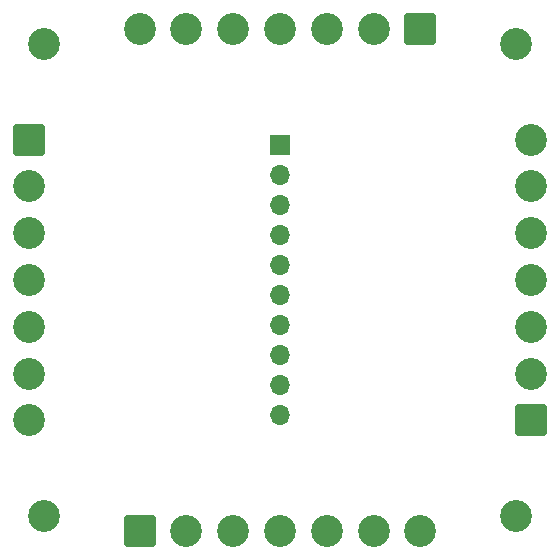
<source format=gbr>
%TF.GenerationSoftware,KiCad,Pcbnew,9.0.0*%
%TF.CreationDate,2025-03-24T11:20:55+01:00*%
%TF.ProjectId,PCB_Distrib,5043425f-4469-4737-9472-69622e6b6963,rev?*%
%TF.SameCoordinates,Original*%
%TF.FileFunction,Soldermask,Bot*%
%TF.FilePolarity,Negative*%
%FSLAX46Y46*%
G04 Gerber Fmt 4.6, Leading zero omitted, Abs format (unit mm)*
G04 Created by KiCad (PCBNEW 9.0.0) date 2025-03-24 11:20:55*
%MOMM*%
%LPD*%
G01*
G04 APERTURE LIST*
G04 Aperture macros list*
%AMRoundRect*
0 Rectangle with rounded corners*
0 $1 Rounding radius*
0 $2 $3 $4 $5 $6 $7 $8 $9 X,Y pos of 4 corners*
0 Add a 4 corners polygon primitive as box body*
4,1,4,$2,$3,$4,$5,$6,$7,$8,$9,$2,$3,0*
0 Add four circle primitives for the rounded corners*
1,1,$1+$1,$2,$3*
1,1,$1+$1,$4,$5*
1,1,$1+$1,$6,$7*
1,1,$1+$1,$8,$9*
0 Add four rect primitives between the rounded corners*
20,1,$1+$1,$2,$3,$4,$5,0*
20,1,$1+$1,$4,$5,$6,$7,0*
20,1,$1+$1,$6,$7,$8,$9,0*
20,1,$1+$1,$8,$9,$2,$3,0*%
G04 Aperture macros list end*
%ADD10RoundRect,0.250001X-1.099999X1.099999X-1.099999X-1.099999X1.099999X-1.099999X1.099999X1.099999X0*%
%ADD11C,2.700000*%
%ADD12RoundRect,0.250001X1.099999X-1.099999X1.099999X1.099999X-1.099999X1.099999X-1.099999X-1.099999X0*%
%ADD13RoundRect,0.250001X1.099999X1.099999X-1.099999X1.099999X-1.099999X-1.099999X1.099999X-1.099999X0*%
%ADD14RoundRect,0.250001X-1.099999X-1.099999X1.099999X-1.099999X1.099999X1.099999X-1.099999X1.099999X0*%
%ADD15R,1.700000X1.700000*%
%ADD16O,1.700000X1.700000*%
G04 APERTURE END LIST*
D10*
%TO.C,JP2*%
X103775000Y-113120000D03*
D11*
X103775000Y-117080000D03*
X103775000Y-121040000D03*
X103775000Y-125000000D03*
X103775000Y-128960000D03*
X103775000Y-132920000D03*
X103775000Y-136880000D03*
%TD*%
%TO.C,H2*%
X145000000Y-105000000D03*
%TD*%
%TO.C,H4*%
X145000000Y-145000000D03*
%TD*%
D12*
%TO.C,JP4*%
X146225000Y-136880000D03*
D11*
X146225000Y-132920000D03*
X146225000Y-128960000D03*
X146225000Y-125000000D03*
X146225000Y-121040000D03*
X146225000Y-117080000D03*
X146225000Y-113120000D03*
%TD*%
D13*
%TO.C,JP1*%
X136880000Y-103775000D03*
D11*
X132920000Y-103775000D03*
X128960000Y-103775000D03*
X125000000Y-103775000D03*
X121040000Y-103775000D03*
X117080000Y-103775000D03*
X113120000Y-103775000D03*
%TD*%
%TO.C,H3*%
X105000000Y-145000000D03*
%TD*%
D14*
%TO.C,JP3*%
X113120000Y-146225000D03*
D11*
X117080000Y-146225000D03*
X121040000Y-146225000D03*
X125000000Y-146225000D03*
X128960000Y-146225000D03*
X132920000Y-146225000D03*
X136880000Y-146225000D03*
%TD*%
D15*
%TO.C,JRasp1*%
X125000000Y-113575000D03*
D16*
X125000000Y-116115000D03*
X125000000Y-118655000D03*
X125000000Y-121195000D03*
X125000000Y-123735000D03*
X125000000Y-126275000D03*
X125000000Y-128815000D03*
X125000000Y-131355000D03*
X125000000Y-133895000D03*
X125000000Y-136435000D03*
%TD*%
D11*
%TO.C,H1*%
X105000000Y-105000000D03*
%TD*%
M02*

</source>
